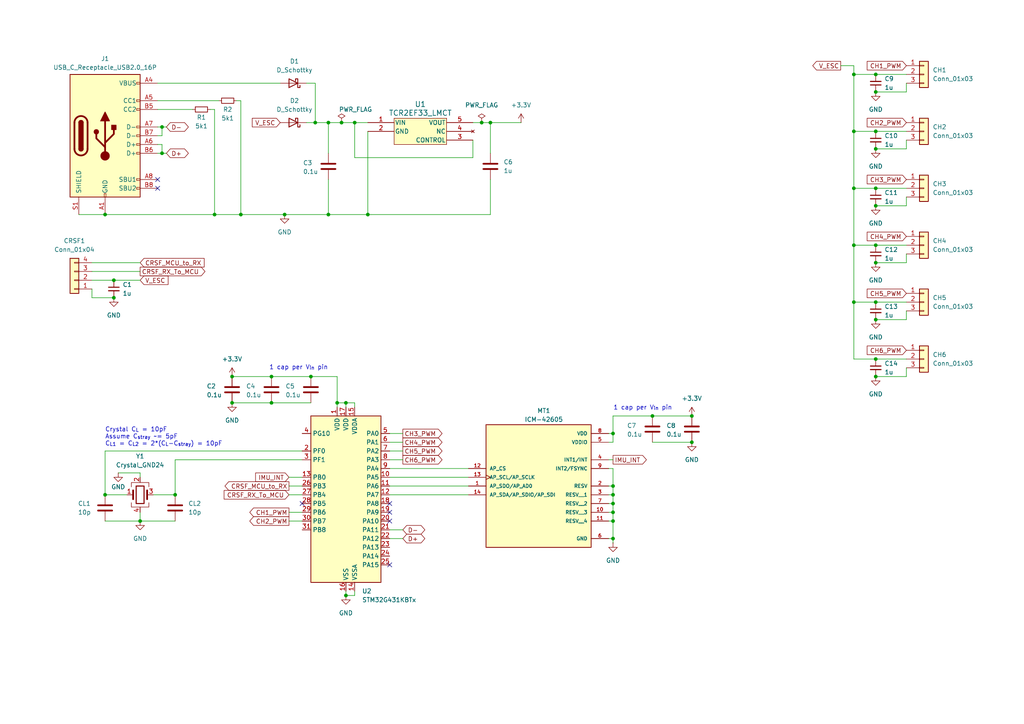
<source format=kicad_sch>
(kicad_sch (version 20250114) (generator "eeschema") (generator_version "9.0")
  (paper "A4")
  (title_block (title "CRSF_PWM_Gyro") (rev "v1.0"))
  (lib_symbols
    (symbol "Connector:USB_C_Receptacle_USB2.0_16P" (pin_names (offset 1.016))
      (property "Reference" "J" (at 0 22.225 0))
      (property "Value" "USB_C_Receptacle_USB2.0_16P" (at 0 19.685 0))
      (symbol "USB_C_Receptacle_USB2.0_16P_0_0"
        (rectangle (start -0.254 -17.78) (end 0.254 -16.764))
        (rectangle (start 10.16 15.494) (end 9.144 14.986))
        (rectangle (start 10.16 10.414) (end 9.144 9.906))
        (rectangle (start 10.16 7.874) (end 9.144 7.366))
        (rectangle (start 10.16 2.794) (end 9.144 2.286))
        (rectangle (start 10.16 0.254) (end 9.144 -0.254))
        (rectangle (start 10.16 -2.286) (end 9.144 -2.794))
        (rectangle (start 10.16 -4.826) (end 9.144 -5.334))
        (rectangle (start 10.16 -12.446) (end 9.144 -12.954))
        (rectangle (start 10.16 -14.986) (end 9.144 -15.494))
      )
      (symbol "USB_C_Receptacle_USB2.0_16P_0_1"
        (rectangle (start -10.16 17.78) (end 10.16 -17.78) (stroke (width 0.254)) (fill (type background)))
        (polyline (pts (xy -8.89 -3.81) (xy -8.89 3.81)) (stroke (width 0.508)))
        (rectangle (start -7.62 -3.81) (end -6.35 3.81) (stroke (width 0.254)) (fill (type outline)))
        (arc (start -7.62 3.81) (mid -6.985 4.4423) (end -6.35 3.81) (stroke (width 0.254)))
        (arc (start -7.62 3.81) (mid -6.985 4.4423) (end -6.35 3.81) (stroke (width 0.254)) (fill (type outline)))
        (arc (start -8.89 3.81) (mid -6.985 5.7067) (end -5.08 3.81) (stroke (width 0.508)))
        (arc (start -5.08 -3.81) (mid -6.985 -5.7067) (end -8.89 -3.81) (stroke (width 0.508)))
        (arc (start -6.35 -3.81) (mid -6.985 -4.4423) (end -7.62 -3.81) (stroke (width 0.254)))
        (arc (start -6.35 -3.81) (mid -6.985 -4.4423) (end -7.62 -3.81) (stroke (width 0.254)) (fill (type outline)))
        (polyline (pts (xy -5.08 3.81) (xy -5.08 -3.81)) (stroke (width 0.508)))
        (circle (center -2.54 1.143) (radius 0.635) (stroke (width 0.254)) (fill (type outline)))
        (polyline (pts (xy -1.27 4.318) (xy 0 6.858) (xy 1.27 4.318) (xy -1.27 4.318)) (stroke (width 0.254)) (fill (type outline)))
        (polyline (pts (xy 0 -2.032) (xy 2.54 0.508) (xy 2.54 1.778)) (stroke (width 0.508)))
        (polyline (pts (xy 0 -3.302) (xy -2.54 -0.762) (xy -2.54 0.508)) (stroke (width 0.508)))
        (polyline (pts (xy 0 -5.842) (xy 0 4.318)) (stroke (width 0.508)))
        (circle (center 0 -5.842) (radius 1.27) (fill (type outline)))
        (rectangle (start 1.905 1.778) (end 3.175 3.048) (stroke (width 0.254)) (fill (type outline)))
      )
      (symbol "USB_C_Receptacle_USB2.0_16P_1_1"
        (pin passive line (at -7.62 -22.86 90) (length 5.08) (name "SHIELD") (number "S1"))
        (pin passive line (at 0 -22.86 90) (length 5.08) (name "GND") (number "A1"))
        (pin passive line (at 0 -22.86 90) (length 5.08) (hide yes) (name "GND") (number "A12"))
        (pin passive line (at 0 -22.86 90) (length 5.08) (hide yes) (name "GND") (number "B1"))
        (pin passive line (at 0 -22.86 90) (length 5.08) (hide yes) (name "GND") (number "B12"))
        (pin passive line (at 15.24 15.24 180) (length 5.08) (name "VBUS") (number "A4"))
        (pin passive line (at 15.24 15.24 180) (length 5.08) (hide yes) (name "VBUS") (number "A9"))
        (pin passive line (at 15.24 15.24 180) (length 5.08) (hide yes) (name "VBUS") (number "B4"))
        (pin passive line (at 15.24 15.24 180) (length 5.08) (hide yes) (name "VBUS") (number "B9"))
        (pin bidirectional line (at 15.24 10.16 180) (length 5.08) (name "CC1") (number "A5"))
        (pin bidirectional line (at 15.24 7.62 180) (length 5.08) (name "CC2") (number "B5"))
        (pin bidirectional line (at 15.24 2.54 180) (length 5.08) (name "D-") (number "A7"))
        (pin bidirectional line (at 15.24 0 180) (length 5.08) (name "D-") (number "B7"))
        (pin bidirectional line (at 15.24 -2.54 180) (length 5.08) (name "D+") (number "A6"))
        (pin bidirectional line (at 15.24 -5.08 180) (length 5.08) (name "D+") (number "B6"))
        (pin bidirectional line (at 15.24 -12.7 180) (length 5.08) (name "SBU1") (number "A8"))
        (pin bidirectional line (at 15.24 -15.24 180) (length 5.08) (name "SBU2") (number "B8"))
      )
    )
    (symbol "Connector_Generic:Conn_01x03" (pin_names (offset 1.016) (hide yes))
      (property "Reference" "J" (at 0 5.08 0))
      (property "Value" "Conn_01x03" (at 0 -5.08 0))
      (symbol "Conn_01x03_1_1"
        (rectangle (start -1.27 3.81) (end 1.27 -3.81) (stroke (width 0.254)) (fill (type background)))
        (rectangle (start -1.27 2.667) (end 0 2.413) (stroke (width 0.1524)))
        (rectangle (start -1.27 0.127) (end 0 -0.127) (stroke (width 0.1524)))
        (rectangle (start -1.27 -2.413) (end 0 -2.667) (stroke (width 0.1524)))
        (pin passive line (at -5.08 2.54 0) (length 3.81) (name "Pin_1") (number "1"))
        (pin passive line (at -5.08 0 0) (length 3.81) (name "Pin_2") (number "2"))
        (pin passive line (at -5.08 -2.54 0) (length 3.81) (name "Pin_3") (number "3"))
      )
    )
    (symbol "Connector_Generic:Conn_01x04" (pin_names (offset 1.016) (hide yes))
      (property "Reference" "J" (at 0 5.08 0))
      (property "Value" "Conn_01x04" (at 0 -7.62 0))
      (symbol "Conn_01x04_1_1"
        (rectangle (start -1.27 3.81) (end 1.27 -6.35) (stroke (width 0.254)) (fill (type background)))
        (rectangle (start -1.27 2.667) (end 0 2.413) (stroke (width 0.1524)))
        (rectangle (start -1.27 0.127) (end 0 -0.127) (stroke (width 0.1524)))
        (rectangle (start -1.27 -2.413) (end 0 -2.667) (stroke (width 0.1524)))
        (rectangle (start -1.27 -4.953) (end 0 -5.207) (stroke (width 0.1524)))
        (pin passive line (at -5.08 2.54 0) (length 3.81) (name "Pin_1") (number "1"))
        (pin passive line (at -5.08 0 0) (length 3.81) (name "Pin_2") (number "2"))
        (pin passive line (at -5.08 -2.54 0) (length 3.81) (name "Pin_3") (number "3"))
        (pin passive line (at -5.08 -5.08 0) (length 3.81) (name "Pin_4") (number "4"))
      )
    )
    (symbol "Device:C" (pin_numbers (hide yes)) (pin_names (offset 0.254))
      (property "Reference" "C" (at 0.635 2.54 0))
      (property "Value" "C" (at 0.635 -2.54 0))
      (symbol "C_0_1"
        (polyline (pts (xy -2.032 0.762) (xy 2.032 0.762)) (stroke (width 0.508)))
        (polyline (pts (xy -2.032 -0.762) (xy 2.032 -0.762)) (stroke (width 0.508)))
      )
      (symbol "C_1_1"
        (pin passive line (at 0 3.81 270) (length 2.794) (name "~") (number "1"))
        (pin passive line (at 0 -3.81 90) (length 2.794) (name "~") (number "2"))
      )
    )
    (symbol "Device:C_Small" (pin_numbers (hide yes)) (pin_names (offset 0.254) (hide yes))
      (property "Reference" "C" (at 0.254 1.778 0))
      (property "Value" "C_Small" (at 0.254 -2.032 0))
      (symbol "C_Small_0_1"
        (polyline (pts (xy -1.524 0.508) (xy 1.524 0.508)) (stroke (width 0.3048)))
        (polyline (pts (xy -1.524 -0.508) (xy 1.524 -0.508)) (stroke (width 0.3302)))
      )
      (symbol "C_Small_1_1"
        (pin passive line (at 0 2.54 270) (length 2.032) (name "~") (number "1"))
        (pin passive line (at 0 -2.54 90) (length 2.032) (name "~") (number "2"))
      )
    )
    (symbol "Device:Crystal_GND24" (pin_names (offset 1.016) (hide yes))
      (property "Reference" "Y" (at 3.175 5.08 0))
      (property "Value" "Crystal_GND24" (at 3.175 3.175 0))
      (symbol "Crystal_GND24_0_1"
        (polyline (pts (xy -2.54 2.286) (xy -2.54 3.556) (xy 2.54 3.556) (xy 2.54 2.286)))
        (polyline (pts (xy -2.54 0) (xy -2.032 0)))
        (polyline (pts (xy -2.54 -2.286) (xy -2.54 -3.556) (xy 2.54 -3.556) (xy 2.54 -2.286)))
        (polyline (pts (xy -2.032 -1.27) (xy -2.032 1.27)) (stroke (width 0.508)))
        (rectangle (start -1.143 2.54) (end 1.143 -2.54) (stroke (width 0.3048)))
        (polyline (pts (xy 0 3.556) (xy 0 3.81)))
        (polyline (pts (xy 0 -3.81) (xy 0 -3.556)))
        (polyline (pts (xy 2.032 0) (xy 2.54 0)))
        (polyline (pts (xy 2.032 -1.27) (xy 2.032 1.27)) (stroke (width 0.508)))
      )
      (symbol "Crystal_GND24_1_1"
        (pin passive line (at -3.81 0 0) (length 1.27) (name "1") (number "1"))
        (pin passive line (at 0 5.08 270) (length 1.27) (name "2") (number "2"))
        (pin passive line (at 0 -5.08 90) (length 1.27) (name "4") (number "4"))
        (pin passive line (at 3.81 0 180) (length 1.27) (name "3") (number "3"))
      )
    )
    (symbol "Device:D_Schottky" (pin_numbers (hide yes)) (pin_names (offset 1.016) (hide yes))
      (property "Reference" "D" (at 0 2.54 0))
      (property "Value" "D_Schottky" (at 0 -2.54 0))
      (symbol "D_Schottky_0_1"
        (polyline (pts (xy -1.905 0.635) (xy -1.905 1.27) (xy -1.27 1.27) (xy -1.27 -1.27) (xy -0.635 -1.27) (xy -0.635 -0.635)) (stroke (width 0.254)))
        (polyline (pts (xy 1.27 1.27) (xy 1.27 -1.27) (xy -1.27 0) (xy 1.27 1.27)) (stroke (width 0.254)))
        (polyline (pts (xy 1.27 0) (xy -1.27 0)))
      )
      (symbol "D_Schottky_1_1"
        (pin passive line (at -3.81 0 0) (length 2.54) (name "K") (number "1"))
        (pin passive line (at 3.81 0 180) (length 2.54) (name "A") (number "2"))
      )
    )
    (symbol "Device:R_Small" (pin_numbers (hide yes)) (pin_names (offset 0.254) (hide yes))
      (property "Reference" "R" (at 0.762 0.508 0))
      (property "Value" "R_Small" (at 0.762 -1.016 0))
      (symbol "R_Small_0_1"
        (rectangle (start -0.762 1.778) (end 0.762 -1.778) (stroke (width 0.2032)))
      )
      (symbol "R_Small_1_1"
        (pin passive line (at 0 2.54 270) (length 0.762) (name "~") (number "1"))
        (pin passive line (at 0 -2.54 90) (length 0.762) (name "~") (number "2"))
      )
    )
    (symbol "MCU_ST_STM32G4:STM32G431KBTx"
      (property "Reference" "U" (at -10.16 26.67 0))
      (property "Value" "STM32G431KBTx" (at 5.08 26.67 0))
      (symbol "STM32G431KBTx_0_1"
        (rectangle (start -10.16 -22.86) (end 10.16 25.4) (stroke (width 0.254)) (fill (type background)))
      )
      (symbol "STM32G431KBTx_1_1"
        (pin bidirectional line (at -12.7 20.32 0) (length 2.54) (name "PG10") (number "4"))
        (pin bidirectional line (at -12.7 15.24 0) (length 2.54) (name "PF0") (number "2"))
        (pin bidirectional line (at -12.7 12.7 0) (length 2.54) (name "PF1") (number "3"))
        (pin bidirectional line (at -12.7 7.62 0) (length 2.54) (name "PB0") (number "13"))
        (pin bidirectional line (at -12.7 5.08 0) (length 2.54) (name "PB3") (number "26"))
        (pin bidirectional line (at -12.7 2.54 0) (length 2.54) (name "PB4") (number "27"))
        (pin bidirectional line (at -12.7 0 0) (length 2.54) (name "PB5") (number "28"))
        (pin bidirectional line (at -12.7 -2.54 0) (length 2.54) (name "PB6") (number "29"))
        (pin bidirectional line (at -12.7 -5.08 0) (length 2.54) (name "PB7") (number "30"))
        (pin bidirectional line (at -12.7 -7.62 0) (length 2.54) (name "PB8") (number "31"))
        (pin power_in line (at -2.54 27.94 270) (length 2.54) (name "VDD") (number "1"))
        (pin power_in line (at 0 27.94 270) (length 2.54) (name "VDD") (number "17"))
        (pin power_in line (at 0 -25.4 90) (length 2.54) (name "VSS") (number "16"))
        (pin passive line (at 0 -25.4 90) (length 2.54) (hide yes) (name "VSS") (number "32"))
        (pin power_in line (at 2.54 27.94 270) (length 2.54) (name "VDDA") (number "15"))
        (pin power_in line (at 2.54 -25.4 90) (length 2.54) (name "VSSA") (number "14"))
        (pin bidirectional line (at 12.7 20.32 180) (length 2.54) (name "PA0") (number "5"))
        (pin bidirectional line (at 12.7 17.78 180) (length 2.54) (name "PA1") (number "6"))
        (pin bidirectional line (at 12.7 15.24 180) (length 2.54) (name "PA2") (number "7"))
        (pin bidirectional line (at 12.7 12.7 180) (length 2.54) (name "PA3") (number "8"))
        (pin bidirectional line (at 12.7 10.16 180) (length 2.54) (name "PA4") (number "9"))
        (pin bidirectional line (at 12.7 7.62 180) (length 2.54) (name "PA5") (number "10"))
        (pin bidirectional line (at 12.7 5.08 180) (length 2.54) (name "PA6") (number "11"))
        (pin bidirectional line (at 12.7 2.54 180) (length 2.54) (name "PA7") (number "12"))
        (pin bidirectional line (at 12.7 0 180) (length 2.54) (name "PA8") (number "18"))
        (pin bidirectional line (at 12.7 -2.54 180) (length 2.54) (name "PA9") (number "19"))
        (pin bidirectional line (at 12.7 -5.08 180) (length 2.54) (name "PA10") (number "20"))
        (pin bidirectional line (at 12.7 -7.62 180) (length 2.54) (name "PA11") (number "21"))
        (pin bidirectional line (at 12.7 -10.16 180) (length 2.54) (name "PA12") (number "22"))
        (pin bidirectional line (at 12.7 -12.7 180) (length 2.54) (name "PA13") (number "23"))
        (pin bidirectional line (at 12.7 -15.24 180) (length 2.54) (name "PA14") (number "24"))
        (pin bidirectional line (at 12.7 -17.78 180) (length 2.54) (name "PA15") (number "25"))
      )
    )
    (symbol "Regulator_Linear_Custom:TCR2EF33_LMCT" (pin_names (offset 0.254))
      (property "Reference" "U" (at 15.24 5.588 0))
      (property "Value" "TCR2EF33_LMCT" (at 15.24 3.048 0))
      (symbol "TCR2EF33_LMCT_0_1"
        (rectangle (start 7.62 1.27) (end 22.86 -6.35) (fill (type background)))
        (pin power_in line (at 0 0 0) (length 7.62) (name "VIN") (number "1"))
        (pin power_out line (at 0 -2.54 0) (length 7.62) (name "GND") (number "2"))
        (pin power_in line (at 30.48 0 180) (length 7.62) (name "VOUT") (number "5"))
        (pin no_connect line (at 30.48 -2.54 180) (length 7.62) (name "NC") (number "4"))
        (pin unspecified line (at 30.48 -5.08 180) (length 7.62) (name "CONTROL") (number "3"))
      )
    )
    (symbol "Sensor_Motion_Custom:ICM-42605" (pin_names (offset 1.016))
      (property "Reference" "MT" (at -5.334 15.748 0))
      (property "Value" "ICM-42605" (at -9.398 13.462 0))
      (symbol "ICM-42605_0_0"
        (rectangle (start -20.32 12.7) (end 10.16 -22.86) (stroke (width 0.254)) (fill (type background)))
        (pin input line (at -25.4 0 0) (length 5.08) (name "AP_CS") (number "12"))
        (pin input clock (at -25.4 -2.54 0) (length 5.08) (name "AP_SCL/AP_SCLK") (number "13"))
        (pin bidirectional line (at -25.4 -5.08 0) (length 5.08) (name "AP_SDO/AP_AD0") (number "1"))
        (pin bidirectional line (at -25.4 -7.62 0) (length 5.08) (name "AP_SDA/AP_SDIO/AP_SDI") (number "14"))
        (pin power_in line (at 15.24 10.16 180) (length 5.08) (name "VDD") (number "8"))
        (pin power_in line (at 15.24 7.62 180) (length 5.08) (name "VDDIO") (number "5"))
        (pin output line (at 15.24 2.54 180) (length 5.08) (name "INT1/INT") (number "4"))
        (pin bidirectional line (at 15.24 0 180) (length 5.08) (name "INT2/FSYNC") (number "9"))
        (pin passive line (at 15.24 -5.08 180) (length 5.08) (name "RESV") (number "2"))
        (pin passive line (at 15.24 -7.62 180) (length 5.08) (name "RESV__1") (number "3"))
        (pin passive line (at 15.24 -10.16 180) (length 5.08) (name "RESV__2") (number "7"))
        (pin passive line (at 15.24 -12.7 180) (length 5.08) (name "RESV__3") (number "10"))
        (pin passive line (at 15.24 -15.24 180) (length 5.08) (name "RESV__4") (number "11"))
        (pin power_in line (at 15.24 -20.32 180) (length 5.08) (name "GND") (number "6"))
      )
    )
    (symbol "power:+3.3V" (power) (pin_numbers (hide yes)) (pin_names (offset 0) (hide yes))
      (property "Value" "+3.3V" (at 0 3.556 0))
      (symbol "+3.3V_0_1"
        (polyline (pts (xy -0.762 1.27) (xy 0 2.54)))
        (polyline (pts (xy 0 2.54) (xy 0.762 1.27)))
        (polyline (pts (xy 0 0) (xy 0 2.54)))
      )
      (symbol "+3.3V_1_1"
        (pin power_in line (at 0 0 90) (length 0) (name "~") (number "1"))
      )
    )
    (symbol "power:GND" (power) (pin_numbers (hide yes)) (pin_names (offset 0) (hide yes))
      (property "Value" "GND" (at 0 -3.81 0))
      (symbol "GND_0_1"
        (polyline (pts (xy 0 0) (xy 0 -1.27) (xy 1.27 -1.27) (xy 0 -2.54) (xy -1.27 -1.27) (xy 0 -1.27)))
      )
      (symbol "GND_1_1"
        (pin power_in line (at 0 0 270) (length 0) (name "~") (number "1"))
      )
    )
    (symbol "power:PWR_FLAG" (power) (pin_numbers (hide yes)) (pin_names (offset 0) (hide yes))
      (property "Value" "PWR_FLAG" (at 0 3.81 0))
      (symbol "PWR_FLAG_0_0"
        (pin power_out line (at 0 0 90) (length 0) (name "~") (number "1"))
      )
      (symbol "PWR_FLAG_0_1"
        (polyline (pts (xy 0 0) (xy 0 1.27) (xy -1.016 1.905) (xy 0 2.54) (xy 1.016 1.905) (xy 0 1.27)))
      )
    )
  )
  (text "Crystal C_{L} = 10pF\nAssume C_{stray} ~= 5pF\nC_{L1} = C_{L2} = 2*(C_{L}-C_{stray}) = 10pF" (at 30.48 126.746 0) (effects (font (size 1.27 1.27)) (justify left)))
  (text "1 cap per V_{in} pin" (at 186.436 118.364 0) (effects (font (size 1.27 1.27))))
  (text "1 cap per V_{in} pin" (at 86.614 106.68 0) (effects (font (size 1.27 1.27))))
  (junction (at 50.8 143.51))
  (junction (at 95.25 35.56))
  (junction (at 139.7 35.56))
  (junction (at 254 87.63))
  (junction (at 254 21.59))
  (junction (at 177.8 156.21))
  (junction (at 67.31 109.22))
  (junction (at 200.66 120.65))
  (junction (at 91.44 35.56))
  (junction (at 177.8 146.05))
  (junction (at 200.66 128.27))
  (junction (at 254 43.18))
  (junction (at 30.48 143.51))
  (junction (at 69.85 62.23))
  (junction (at 254 54.61))
  (junction (at 33.02 81.28))
  (junction (at 247.65 71.12))
  (junction (at 254 71.12))
  (junction (at 247.65 21.59))
  (junction (at 99.06 35.56))
  (junction (at 30.48 62.23))
  (junction (at 102.87 35.56))
  (junction (at 254 38.1))
  (junction (at 177.8 140.97))
  (junction (at 247.65 38.1))
  (junction (at 177.8 151.13))
  (junction (at 95.25 62.23))
  (junction (at 40.64 151.13))
  (junction (at 254 92.71))
  (junction (at 189.23 120.65))
  (junction (at 247.65 87.63))
  (junction (at 177.8 143.51))
  (junction (at 78.74 116.84))
  (junction (at 62.23 62.23))
  (junction (at 33.02 86.36))
  (junction (at 46.99 44.45))
  (junction (at 254 104.14))
  (junction (at 78.74 109.22))
  (junction (at 106.68 62.23))
  (junction (at 97.79 116.84))
  (junction (at 142.24 35.56))
  (junction (at 254 76.2))
  (junction (at 46.99 36.83))
  (junction (at 100.33 116.84))
  (junction (at 254 26.67))
  (junction (at 254 59.69))
  (junction (at 254 109.22))
  (junction (at 90.17 109.22))
  (junction (at 247.65 54.61))
  (junction (at 177.8 125.73))
  (junction (at 67.31 116.84))
  (junction (at 82.55 62.23))
  (junction (at 100.33 172.72))
  (junction (at 177.8 148.59))
  (no_connect (at 113.03 146.05))
  (no_connect (at 113.03 163.83))
  (no_connect (at 45.72 52.07))
  (no_connect (at 113.03 148.59))
  (no_connect (at 87.63 146.05))
  (no_connect (at 113.03 151.13))
  (no_connect (at 45.72 54.61))
  (wire (pts (xy 99.06 35.56) (xy 102.87 35.56)))
  (wire (pts (xy 247.65 54.61) (xy 254 54.61)))
  (wire (pts (xy 243.84 19.05) (xy 247.65 19.05)))
  (wire (pts (xy 176.53 151.13) (xy 177.8 151.13)))
  (wire (pts (xy 116.84 133.35) (xy 113.03 133.35)))
  (wire (pts (xy 45.72 24.13) (xy 81.28 24.13)))
  (wire (pts (xy 177.8 156.21) (xy 177.8 157.48)))
  (wire (pts (xy 90.17 109.22) (xy 97.79 109.22)))
  (wire (pts (xy 176.53 146.05) (xy 177.8 146.05)))
  (wire (pts (xy 62.23 31.75) (xy 62.23 62.23)))
  (wire (pts (xy 247.65 87.63) (xy 247.65 104.14)))
  (wire (pts (xy 142.24 35.56) (xy 142.24 44.45)))
  (wire (pts (xy 46.99 41.91) (xy 46.99 44.45)))
  (wire (pts (xy 113.03 135.89) (xy 135.89 135.89)))
  (wire (pts (xy 83.82 143.51) (xy 87.63 143.51)))
  (wire (pts (xy 45.72 29.21) (xy 63.5 29.21)))
  (wire (pts (xy 78.74 116.84) (xy 90.17 116.84)))
  (wire (pts (xy 22.86 62.23) (xy 30.48 62.23)))
  (wire (pts (xy 177.8 156.21) (xy 176.53 156.21)))
  (wire (pts (xy 189.23 128.27) (xy 200.66 128.27)))
  (wire (pts (xy 116.84 130.81) (xy 113.03 130.81)))
  (wire (pts (xy 113.03 143.51) (xy 135.89 143.51)))
  (wire (pts (xy 40.64 137.16) (xy 34.29 137.16)))
  (wire (pts (xy 30.48 130.81) (xy 87.63 130.81)))
  (wire (pts (xy 189.23 120.65) (xy 200.66 120.65)))
  (wire (pts (xy 46.99 36.83) (xy 48.26 36.83)))
  (wire (pts (xy 254 109.22) (xy 262.89 109.22)))
  (wire (pts (xy 69.85 29.21) (xy 69.85 62.23)))
  (wire (pts (xy 62.23 62.23) (xy 69.85 62.23)))
  (wire (pts (xy 177.8 120.65) (xy 177.8 125.73)))
  (wire (pts (xy 116.84 128.27) (xy 113.03 128.27)))
  (wire (pts (xy 95.25 35.56) (xy 95.25 44.45)))
  (wire (pts (xy 95.25 35.56) (xy 99.06 35.56)))
  (wire (pts (xy 262.89 24.13) (xy 262.89 26.67)))
  (wire (pts (xy 177.8 135.89) (xy 177.8 140.97)))
  (wire (pts (xy 254 38.1) (xy 262.89 38.1)))
  (wire (pts (xy 254 21.59) (xy 262.89 21.59)))
  (wire (pts (xy 247.65 38.1) (xy 247.65 54.61)))
  (wire (pts (xy 44.45 143.51) (xy 50.8 143.51)))
  (wire (pts (xy 106.68 62.23) (xy 142.24 62.23)))
  (wire (pts (xy 262.89 92.71) (xy 262.89 90.17)))
  (wire (pts (xy 102.87 171.45) (xy 102.87 172.72)))
  (wire (pts (xy 137.16 45.72) (xy 102.87 45.72)))
  (wire (pts (xy 88.9 24.13) (xy 91.44 24.13)))
  (wire (pts (xy 247.65 54.61) (xy 247.65 71.12)))
  (wire (pts (xy 69.85 62.23) (xy 82.55 62.23)))
  (wire (pts (xy 102.87 116.84) (xy 102.87 118.11)))
  (wire (pts (xy 176.53 148.59) (xy 177.8 148.59)))
  (wire (pts (xy 45.72 39.37) (xy 46.99 39.37)))
  (wire (pts (xy 247.65 87.63) (xy 254 87.63)))
  (wire (pts (xy 139.7 35.56) (xy 142.24 35.56)))
  (wire (pts (xy 30.48 62.23) (xy 62.23 62.23)))
  (wire (pts (xy 176.53 135.89) (xy 177.8 135.89)))
  (wire (pts (xy 176.53 143.51) (xy 177.8 143.51)))
  (wire (pts (xy 91.44 24.13) (xy 91.44 35.56)))
  (wire (pts (xy 83.82 138.43) (xy 87.63 138.43)))
  (wire (pts (xy 67.31 109.22) (xy 78.74 109.22)))
  (wire (pts (xy 26.67 78.74) (xy 40.64 78.74)))
  (wire (pts (xy 254 21.59) (xy 247.65 21.59)))
  (wire (pts (xy 40.64 151.13) (xy 50.8 151.13)))
  (wire (pts (xy 113.03 138.43) (xy 135.89 138.43)))
  (wire (pts (xy 137.16 40.64) (xy 137.16 45.72)))
  (wire (pts (xy 30.48 143.51) (xy 36.83 143.51)))
  (wire (pts (xy 247.65 71.12) (xy 247.65 87.63)))
  (wire (pts (xy 177.8 148.59) (xy 177.8 151.13)))
  (wire (pts (xy 40.64 81.28) (xy 33.02 81.28)))
  (wire (pts (xy 26.67 86.36) (xy 33.02 86.36)))
  (wire (pts (xy 254 43.18) (xy 262.89 43.18)))
  (wire (pts (xy 142.24 52.07) (xy 142.24 62.23)))
  (wire (pts (xy 97.79 109.22) (xy 97.79 116.84)))
  (wire (pts (xy 67.31 116.84) (xy 78.74 116.84)))
  (wire (pts (xy 95.25 52.07) (xy 95.25 62.23)))
  (wire (pts (xy 113.03 140.97) (xy 135.89 140.97)))
  (wire (pts (xy 83.82 148.59) (xy 87.63 148.59)))
  (wire (pts (xy 176.53 128.27) (xy 177.8 128.27)))
  (wire (pts (xy 106.68 38.1) (xy 106.68 62.23)))
  (wire (pts (xy 142.24 35.56) (xy 151.13 35.56)))
  (wire (pts (xy 45.72 44.45) (xy 46.99 44.45)))
  (wire (pts (xy 40.64 148.59) (xy 40.64 151.13)))
  (wire (pts (xy 177.8 143.51) (xy 177.8 146.05)))
  (wire (pts (xy 177.8 120.65) (xy 189.23 120.65)))
  (wire (pts (xy 262.89 76.2) (xy 262.89 73.66)))
  (wire (pts (xy 83.82 151.13) (xy 87.63 151.13)))
  (wire (pts (xy 46.99 44.45) (xy 48.26 44.45)))
  (wire (pts (xy 102.87 45.72) (xy 102.87 35.56)))
  (wire (pts (xy 254 92.71) (xy 262.89 92.71)))
  (wire (pts (xy 50.8 133.35) (xy 87.63 133.35)))
  (wire (pts (xy 83.82 140.97) (xy 87.63 140.97)))
  (wire (pts (xy 116.84 125.73) (xy 113.03 125.73)))
  (wire (pts (xy 88.9 35.56) (xy 91.44 35.56)))
  (wire (pts (xy 262.89 26.67) (xy 254 26.67)))
  (wire (pts (xy 40.64 138.43) (xy 40.64 137.16)))
  (wire (pts (xy 254 87.63) (xy 262.89 87.63)))
  (wire (pts (xy 100.33 116.84) (xy 100.33 118.11)))
  (wire (pts (xy 69.85 29.21) (xy 68.58 29.21)))
  (wire (pts (xy 254 71.12) (xy 262.89 71.12)))
  (wire (pts (xy 102.87 35.56) (xy 106.68 35.56)))
  (wire (pts (xy 50.8 133.35) (xy 50.8 143.51)))
  (wire (pts (xy 177.8 128.27) (xy 177.8 125.73)))
  (wire (pts (xy 262.89 59.69) (xy 262.89 57.15)))
  (wire (pts (xy 254 38.1) (xy 247.65 38.1)))
  (wire (pts (xy 137.16 35.56) (xy 139.7 35.56)))
  (wire (pts (xy 113.03 153.67) (xy 116.84 153.67)))
  (wire (pts (xy 177.8 133.35) (xy 176.53 133.35)))
  (wire (pts (xy 55.88 31.75) (xy 45.72 31.75)))
  (wire (pts (xy 177.8 140.97) (xy 177.8 143.51)))
  (wire (pts (xy 247.65 19.05) (xy 247.65 21.59)))
  (wire (pts (xy 26.67 76.2) (xy 40.64 76.2)))
  (wire (pts (xy 46.99 39.37) (xy 46.99 36.83)))
  (wire (pts (xy 176.53 125.73) (xy 177.8 125.73)))
  (wire (pts (xy 30.48 151.13) (xy 40.64 151.13)))
  (wire (pts (xy 262.89 109.22) (xy 262.89 106.68)))
  (wire (pts (xy 177.8 146.05) (xy 177.8 148.59)))
  (wire (pts (xy 26.67 81.28) (xy 33.02 81.28)))
  (wire (pts (xy 100.33 116.84) (xy 102.87 116.84)))
  (wire (pts (xy 254 76.2) (xy 262.89 76.2)))
  (wire (pts (xy 82.55 62.23) (xy 95.25 62.23)))
  (wire (pts (xy 113.03 156.21) (xy 116.84 156.21)))
  (wire (pts (xy 102.87 172.72) (xy 100.33 172.72)))
  (wire (pts (xy 26.67 86.36) (xy 26.67 83.82)))
  (wire (pts (xy 176.53 140.97) (xy 177.8 140.97)))
  (wire (pts (xy 100.33 172.72) (xy 100.33 171.45)))
  (wire (pts (xy 60.96 31.75) (xy 62.23 31.75)))
  (wire (pts (xy 45.72 41.91) (xy 46.99 41.91)))
  (wire (pts (xy 97.79 116.84) (xy 97.79 118.11)))
  (wire (pts (xy 254 54.61) (xy 262.89 54.61)))
  (wire (pts (xy 78.74 109.22) (xy 90.17 109.22)))
  (wire (pts (xy 247.65 71.12) (xy 254 71.12)))
  (wire (pts (xy 254 59.69) (xy 262.89 59.69)))
  (wire (pts (xy 30.48 130.81) (xy 30.48 143.51)))
  (wire (pts (xy 177.8 151.13) (xy 177.8 156.21)))
  (wire (pts (xy 247.65 104.14) (xy 254 104.14)))
  (wire (pts (xy 95.25 62.23) (xy 106.68 62.23)))
  (wire (pts (xy 91.44 35.56) (xy 95.25 35.56)))
  (wire (pts (xy 262.89 43.18) (xy 262.89 40.64)))
  (wire (pts (xy 45.72 36.83) (xy 46.99 36.83)))
  (wire (pts (xy 97.79 116.84) (xy 100.33 116.84)))
  (wire (pts (xy 247.65 21.59) (xy 247.65 38.1)))
  (wire (pts (xy 254 104.14) (xy 262.89 104.14)))
  (global_label "CH3_PWM" (shape input) (at 262.89 52.07 180) (property "Intersheetrefs" "${INTERSHEET_REFS}" (effects (hide yes))))
  (global_label "CH3_PWM" (shape output) (at 116.84 125.73 0) (property "Intersheetrefs" "${INTERSHEET_REFS}" (effects (hide yes))))
  (global_label "CH2_PWM" (shape input) (at 262.89 35.56 180) (property "Intersheetrefs" "${INTERSHEET_REFS}" (effects (hide yes))))
  (global_label "V_ESC" (shape input) (at 40.64 81.28 0) (property "Intersheetrefs" "${INTERSHEET_REFS}" (effects (hide yes))))
  (global_label "CH1_PWM" (shape output) (at 83.82 148.59 180) (property "Intersheetrefs" "${INTERSHEET_REFS}" (effects (hide yes))))
  (global_label "IMU_INT" (shape output) (at 177.8 133.35 0) (property "Intersheetrefs" "${INTERSHEET_REFS}" (effects (hide yes))))
  (global_label "CRSF_MCU_to_RX" (shape output) (at 83.82 140.97 180) (property "Intersheetrefs" "${INTERSHEET_REFS}" (effects (hide yes))))
  (global_label "CRSF_RX_To_MCU" (shape output) (at 40.64 78.74 0) (property "Intersheetrefs" "${INTERSHEET_REFS}" (effects (hide yes))))
  (global_label "CH2_PWM" (shape output) (at 83.82 151.13 180) (property "Intersheetrefs" "${INTERSHEET_REFS}" (effects (hide yes))))
  (global_label "IMU_INT" (shape input) (at 83.82 138.43 180) (property "Intersheetrefs" "${INTERSHEET_REFS}" (effects (hide yes))))
  (global_label "V_ESC" (shape input) (at 81.28 35.56 180) (property "Intersheetrefs" "${INTERSHEET_REFS}" (effects (hide yes))))
  (global_label "CRSF_MCU_to_RX" (shape input) (at 40.64 76.2 0) (property "Intersheetrefs" "${INTERSHEET_REFS}" (effects (hide yes))))
  (global_label "CH6_PWM" (shape output) (at 116.84 133.35 0) (property "Intersheetrefs" "${INTERSHEET_REFS}" (effects (hide yes))))
  (global_label "CH5_PWM" (shape input) (at 262.89 85.09 180) (property "Intersheetrefs" "${INTERSHEET_REFS}" (effects (hide yes))))
  (global_label "CH6_PWM" (shape input) (at 262.89 101.6 180) (property "Intersheetrefs" "${INTERSHEET_REFS}" (effects (hide yes))))
  (global_label "CH4_PWM" (shape output) (at 116.84 128.27 0) (property "Intersheetrefs" "${INTERSHEET_REFS}" (effects (hide yes))))
  (global_label "CH5_PWM" (shape output) (at 116.84 130.81 0) (property "Intersheetrefs" "${INTERSHEET_REFS}" (effects (hide yes))))
  (global_label "CRSF_RX_To_MCU" (shape input) (at 83.82 143.51 180) (property "Intersheetrefs" "${INTERSHEET_REFS}" (effects (hide yes))))
  (global_label "CH1_PWM" (shape input) (at 262.89 19.05 180) (property "Intersheetrefs" "${INTERSHEET_REFS}" (effects (hide yes))))
  (global_label "D-" (shape bidirectional) (at 48.26 36.83 0) (property "Intersheetrefs" "${INTERSHEET_REFS}" (effects (hide yes))))
  (global_label "CH4_PWM" (shape input) (at 262.89 68.58 180) (property "Intersheetrefs" "${INTERSHEET_REFS}" (effects (hide yes))))
  (global_label "D+" (shape bidirectional) (at 116.84 156.21 0) (property "Intersheetrefs" "${INTERSHEET_REFS}" (effects (hide yes))))
  (global_label "D+" (shape bidirectional) (at 48.26 44.45 0) (property "Intersheetrefs" "${INTERSHEET_REFS}" (effects (hide yes))))
  (global_label "D-" (shape bidirectional) (at 116.84 153.67 0) (property "Intersheetrefs" "${INTERSHEET_REFS}" (effects (hide yes))))
  (global_label "V_ESC" (shape output) (at 243.84 19.05 180) (property "Intersheetrefs" "${INTERSHEET_REFS}" (effects (hide yes))))
  (symbol (lib_id "Device:R_Small") (at 66.04 29.21 90) (unit 1)
    (property "Reference" "R2" (at 66.04 31.75 90))
    (property "Value" "5k1" (at 66.04 34.29 90))
    (property "Description" "Resistor, small symbol" (effects (hide yes)))
  )
  (symbol (lib_id "Device:C_Small") (at 254 40.64 0) (unit 1)
    (property "Reference" "C10" (at 256.54 39.3762 0) (effects (justify left)))
    (property "Value" "1u" (at 256.54 41.9162 0) (effects (justify left)))
    (property "Description" "Unpolarized capacitor, small symbol" (effects (hide yes)))
  )
  (symbol (lib_id "power:GND") (at 254 59.69 0) (unit 1)
    (property "Reference" "#PWR014" (effects (hide yes)))
    (property "Value" "GND" (at 254 64.77 0))
    (property "Description" "Power symbol creates a global label with name \"GND\" , ground" (effects (hide yes)))
  )
  (symbol (lib_id "power:GND") (at 200.66 128.27 0) (unit 1)
    (property "Reference" "#PWR011" (effects (hide yes)))
    (property "Value" "GND" (at 200.66 133.35 0))
    (property "Description" "Power symbol creates a global label with name \"GND\" , ground" (effects (hide yes)))
  )
  (symbol (lib_id "power:GND") (at 254 92.71 0) (unit 1)
    (property "Reference" "#PWR016" (effects (hide yes)))
    (property "Value" "GND" (at 254 97.79 0))
    (property "Description" "Power symbol creates a global label with name \"GND\" , ground" (effects (hide yes)))
  )
  (symbol (lib_id "MCU_ST_STM32G4:STM32G431KBTx") (at 100.33 146.05 0) (unit 1)
    (property "Reference" "U2" (at 105.0133 171.45 0) (effects (justify left)))
    (property "Value" "STM32G431KBTx" (at 105.0133 173.99 0) (effects (justify left)))
    (property "Footprint" "Package_QFP:LQFP-32_7x7mm_P0.8mm" (effects (hide yes)))
    (property "Datasheet" "https://www.st.com/resource/en/datasheet/stm32g431kb.pdf" (effects (hide yes)))
    (property "Description" "STMicroelectronics Arm Cortex-M4 MCU, 128KB flash, 32KB RAM, 170 MHz, 1.71-3.6V, 26 GPIO, LQFP32" (effects (hide yes)))
    (property "Part Number" "497-19470-ND" (effects (hide yes)))
  )
  (symbol (lib_id "Device:C") (at 30.48 147.32 0) (unit 1)
    (property "Reference" "CL1" (at 22.606 146.05 0) (effects (justify left)))
    (property "Value" "10p" (at 22.606 148.59 0) (effects (justify left)))
    (property "Description" "Unpolarized capacitor" (effects (hide yes)))
  )
  (symbol (lib_id "Device:C_Small") (at 254 24.13 180) (unit 1)
    (property "Reference" "C9" (at 256.54 22.8535 0) (effects (justify right)))
    (property "Value" "1u" (at 256.54 25.3935 0) (effects (justify right)))
    (property "Description" "Unpolarized capacitor, small symbol" (effects (hide yes)))
  )
  (symbol (lib_id "power:GND") (at 177.8 157.48 0) (unit 1)
    (property "Reference" "#PWR09" (effects (hide yes)))
    (property "Value" "GND" (at 177.8 162.56 0))
    (property "Description" "Power symbol creates a global label with name \"GND\" , ground" (effects (hide yes)))
  )
  (symbol (lib_id "Device:C") (at 78.74 113.03 0) (unit 1)
    (property "Reference" "C4" (at 71.374 112.014 0) (effects (justify left)))
    (property "Value" "0.1u" (at 71.374 114.554 0) (effects (justify left)))
    (property "Description" "Unpolarized capacitor" (effects (hide yes)))
  )
  (symbol (lib_id "Sensor_Motion_Custom:ICM-42605") (at 161.29 135.89 0) (unit 1)
    (property "Reference" "MT1" (at 157.734 119.126 0))
    (property "Value" "ICM-42605" (at 157.734 121.666 0))
    (property "Footprint" "Package_LGA_Custom:XDCR_ICM-42605" (effects (hide yes)))
    (property "Description" "Accelerometer, Gyroscope, 6 Axis Sensor I2C, I3C, SPI Output" (effects (hide yes)))
    (property "PARTREV" "1.7" (effects (hide yes)))
    (property "STANDARD" "Manufacturer Recommendations" (effects (hide yes)))
    (property "MAXIMUM_PACKAGE_HEIGHT" "0.97 mm" (effects (hide yes)))
    (property "MANUFACTURER" "TDK InvenSense" (effects (hide yes)))
    (property "Part Number" "1428-1152-2-ND" (effects (hide yes)))
  )
  (symbol (lib_id "Device:C") (at 67.31 113.03 0) (unit 1)
    (property "Reference" "C2" (at 59.944 112.014 0) (effects (justify left)))
    (property "Value" "0.1u" (at 59.944 114.554 0) (effects (justify left)))
    (property "Description" "Unpolarized capacitor" (effects (hide yes)))
  )
  (symbol (lib_id "Device:D_Schottky") (at 85.09 24.13 180) (unit 1)
    (property "Reference" "D1" (at 85.4075 17.78 0))
    (property "Value" "D_Schottky" (at 85.4075 20.32 0))
    (property "Description" "Schottky diode" (effects (hide yes)))
  )
  (symbol (lib_id "Connector_Generic:Conn_01x03") (at 267.97 54.61 0) (unit 1)
    (property "Reference" "CH3" (at 270.51 53.3399 0) (effects (justify left)))
    (property "Value" "Conn_01x03" (at 270.51 55.8799 0) (effects (justify left)))
    (property "Description" "Generic connector, single row, 01x03, script generated (kicad-library-utils/schlib/autogen/connector/)" (effects (hide yes)))
  )
  (symbol (lib_id "Connector_Generic:Conn_01x03") (at 267.97 38.1 0) (unit 1)
    (property "Reference" "CH2" (at 270.51 36.8299 0) (effects (justify left)))
    (property "Value" "Conn_01x03" (at 270.51 39.3699 0) (effects (justify left)))
    (property "Description" "Generic connector, single row, 01x03, script generated (kicad-library-utils/schlib/autogen/connector/)" (effects (hide yes)))
  )
  (symbol (lib_id "power:+3.3V") (at 200.66 120.65 0) (unit 1)
    (property "Reference" "#PWR010" (effects (hide yes)))
    (property "Value" "+3.3V" (at 200.66 115.57 0))
    (property "Description" "Power symbol creates a global label with name \"+3.3V\"" (effects (hide yes)))
  )
  (symbol (lib_id "power:PWR_FLAG") (at 99.06 35.56 0) (unit 1)
    (property "Reference" "#FLG01" (effects (hide yes)))
    (property "Value" "PWR_FLAG" (at 103.124 31.75 0))
    (property "Description" "Special symbol for telling ERC where power comes from" (effects (hide yes)))
  )
  (symbol (lib_id "Device:R_Small") (at 58.42 31.75 90) (unit 1)
    (property "Reference" "R1" (at 58.42 34.036 90))
    (property "Value" "5k1" (at 58.42 36.576 90))
    (property "Description" "Resistor, small symbol" (effects (hide yes)))
  )
  (symbol (lib_id "power:GND") (at 100.33 172.72 0) (unit 1)
    (property "Reference" "#PWR07" (effects (hide yes)))
    (property "Value" "GND" (at 100.33 177.8 0))
    (property "Description" "Power symbol creates a global label with name \"GND\" , ground" (effects (hide yes)))
  )
  (symbol (lib_id "Device:C_Small") (at 33.02 83.82 0) (unit 1)
    (property "Reference" "C1" (at 35.56 82.5562 0) (effects (justify left)))
    (property "Value" "1u" (at 35.56 85.0962 0) (effects (justify left)))
    (property "Description" "Unpolarized capacitor, small symbol" (effects (hide yes)))
  )
  (symbol (lib_id "Device:Crystal_GND24") (at 40.64 143.51 0) (unit 1)
    (property "Reference" "Y1" (at 40.64 132.334 0))
    (property "Value" "Crystal_GND24" (at 40.64 134.874 0))
    (property "Description" "Four pin crystal, GND on pins 2 and 4" (effects (hide yes)))
    (property "Part Number" "50-ECS-80-10-30B-CKM-TR-ND" (effects (hide yes)))
  )
  (symbol (lib_id "Regulator_Linear_Custom:TCR2EF33_LMCT") (at 106.68 35.56 0) (unit 1)
    (property "Reference" "U1" (at 121.92 30.226 0) (effects (font (size 1.524 1.524))))
    (property "Value" "TCR2EF33_LMCT" (at 121.92 32.766 0) (effects (font (size 1.524 1.524))))
    (property "Footprint" "Package_TO_SOT_SMD_Custom:SOT-25 SMV_TOS" (effects (hide yes)))
    (property "Datasheet" "TCR2EF33_LMCT" (effects (hide yes)))
    (property "Description" "IC REG LINEAR 3.3V 200MA SMV" (effects (hide yes)))
    (property "Part Number" "TCR2EF33LM(CTTR-ND" (effects (hide yes)))
  )
  (symbol (lib_id "power:PWR_FLAG") (at 139.7 35.56 0) (unit 1)
    (property "Reference" "#FLG02" (effects (hide yes)))
    (property "Value" "PWR_FLAG" (at 139.7 30.48 0))
    (property "Description" "Special symbol for telling ERC where power comes from" (effects (hide yes)))
  )
  (symbol (lib_id "Device:C_Small") (at 254 73.66 0) (unit 1)
    (property "Reference" "C12" (at 256.54 72.3962 0) (effects (justify left)))
    (property "Value" "1u" (at 256.54 74.9362 0) (effects (justify left)))
    (property "Description" "Unpolarized capacitor, small symbol" (effects (hide yes)))
  )
  (symbol (lib_id "Device:C") (at 200.66 124.46 0) (unit 1)
    (property "Reference" "C8" (at 193.294 123.444 0) (effects (justify left)))
    (property "Value" "0.1u" (at 193.294 125.984 0) (effects (justify left)))
    (property "Description" "Unpolarized capacitor" (effects (hide yes)))
  )
  (symbol (lib_id "power:GND") (at 40.64 151.13 0) (unit 1)
    (property "Reference" "#PWR03" (effects (hide yes)))
    (property "Value" "GND" (at 40.64 156.21 0))
    (property "Description" "Power symbol creates a global label with name \"GND\" , ground" (effects (hide yes)))
  )
  (symbol (lib_id "Device:C") (at 95.25 48.26 0) (unit 1)
    (property "Reference" "C3" (at 87.884 47.244 0) (effects (justify left)))
    (property "Value" "0.1u" (at 87.884 49.784 0) (effects (justify left)))
    (property "Description" "Unpolarized capacitor" (effects (hide yes)))
  )
  (symbol (lib_id "power:GND") (at 254 76.2 0) (unit 1)
    (property "Reference" "#PWR015" (effects (hide yes)))
    (property "Value" "GND" (at 254 81.28 0))
    (property "Description" "Power symbol creates a global label with name \"GND\" , ground" (effects (hide yes)))
  )
  (symbol (lib_id "Device:C") (at 50.8 147.32 0) (unit 1)
    (property "Reference" "CL2" (at 54.61 146.0499 0) (effects (justify left)))
    (property "Value" "10p" (at 54.61 148.5899 0) (effects (justify left)))
    (property "Description" "Unpolarized capacitor" (effects (hide yes)))
  )
  (symbol (lib_id "power:GND") (at 33.02 86.36 0) (unit 1)
    (property "Reference" "#PWR01" (effects (hide yes)))
    (property "Value" "GND" (at 33.02 91.44 0))
    (property "Description" "Power symbol creates a global label with name \"GND\" , ground" (effects (hide yes)))
  )
  (symbol (lib_id "power:GND") (at 34.29 137.16 0) (unit 1)
    (property "Reference" "#PWR02" (effects (hide yes)))
    (property "Value" "GND" (at 34.29 141.224 0))
    (property "Description" "Power symbol creates a global label with name \"GND\" , ground" (effects (hide yes)))
  )
  (symbol (lib_id "power:+3.3V") (at 151.13 35.56 0) (unit 1)
    (property "Reference" "#PWR08" (effects (hide yes)))
    (property "Value" "+3.3V" (at 151.13 30.48 0))
    (property "Description" "Power symbol creates a global label with name \"+3.3V\"" (effects (hide yes)))
  )
  (symbol (lib_id "power:GND") (at 67.31 116.84 0) (unit 1)
    (property "Reference" "#PWR06" (effects (hide yes)))
    (property "Value" "GND" (at 67.31 121.92 0))
    (property "Description" "Power symbol creates a global label with name \"GND\" , ground" (effects (hide yes)))
  )
  (symbol (lib_id "Device:C") (at 189.23 124.46 0) (unit 1)
    (property "Reference" "C7" (at 181.864 123.444 0) (effects (justify left)))
    (property "Value" "0.1u" (at 181.864 125.984 0) (effects (justify left)))
    (property "Description" "Unpolarized capacitor" (effects (hide yes)))
  )
  (symbol (lib_id "Connector_Generic:Conn_01x03") (at 267.97 87.63 0) (unit 1)
    (property "Reference" "CH5" (at 270.51 86.3599 0) (effects (justify left)))
    (property "Value" "Conn_01x03" (at 270.51 88.8999 0) (effects (justify left)))
    (property "Description" "Generic connector, single row, 01x03, script generated (kicad-library-utils/schlib/autogen/connector/)" (effects (hide yes)))
  )
  (symbol (lib_id "Device:D_Schottky") (at 85.09 35.56 180) (unit 1)
    (property "Reference" "D2" (at 85.4075 29.21 0))
    (property "Value" "D_Schottky" (at 85.4075 31.75 0))
    (property "Description" "Schottky diode" (effects (hide yes)))
  )
  (symbol (lib_id "Connector_Generic:Conn_01x03") (at 267.97 104.14 0) (unit 1)
    (property "Reference" "CH6" (at 270.51 102.8699 0) (effects (justify left)))
    (property "Value" "Conn_01x03" (at 270.51 105.4099 0) (effects (justify left)))
    (property "Description" "Generic connector, single row, 01x03, script generated (kicad-library-utils/schlib/autogen/connector/)" (effects (hide yes)))
  )
  (symbol (lib_id "Device:C_Small") (at 254 106.68 0) (unit 1)
    (property "Reference" "C14" (at 256.54 105.4162 0) (effects (justify left)))
    (property "Value" "1u" (at 256.54 107.9562 0) (effects (justify left)))
    (property "Description" "Unpolarized capacitor, small symbol" (effects (hide yes)))
  )
  (symbol (lib_id "Device:C") (at 142.24 48.26 0) (unit 1)
    (property "Reference" "C6" (at 146.05 46.9899 0) (effects (justify left)))
    (property "Value" "1u" (at 146.05 49.5299 0) (effects (justify left)))
    (property "Description" "Unpolarized capacitor" (effects (hide yes)))
  )
  (symbol (lib_id "power:GND") (at 82.55 62.23 0) (unit 1)
    (property "Reference" "#PWR04" (effects (hide yes)))
    (property "Value" "GND" (at 82.55 67.31 0))
    (property "Description" "Power symbol creates a global label with name \"GND\" , ground" (effects (hide yes)))
  )
  (symbol (lib_id "Connector:USB_C_Receptacle_USB2.0_16P") (at 30.48 39.37 0) (unit 1)
    (property "Reference" "J1" (at 30.48 17.018 0))
    (property "Value" "USB_C_Receptacle_USB2.0_16P" (at 30.48 19.558 0))
    (property "Footprint" "Connector_USB:USB_C_Receptacle_GCT_USB4105-xx-A_16P_TopMnt_Horizontal" (effects (hide yes)))
    (property "Datasheet" "https://www.usb.org/sites/default/files/documents/usb_type-c.zip" (effects (hide yes)))
    (property "Description" "USB 2.0-only 16P Type-C Receptacle connector" (effects (hide yes)))
  )
  (symbol (lib_id "power:GND") (at 254 26.67 0) (unit 1)
    (property "Reference" "#PWR012" (effects (hide yes)))
    (property "Value" "GND" (at 254 31.75 0))
    (property "Description" "Power symbol creates a global label with name \"GND\" , ground" (effects (hide yes)))
  )
  (symbol (lib_id "power:GND") (at 254 109.22 0) (unit 1)
    (property "Reference" "#PWR017" (effects (hide yes)))
    (property "Value" "GND" (at 254 114.3 0))
    (property "Description" "Power symbol creates a global label with name \"GND\" , ground" (effects (hide yes)))
  )
  (symbol (lib_id "Device:C_Small") (at 254 57.15 0) (unit 1)
    (property "Reference" "C11" (at 256.54 55.8862 0) (effects (justify left)))
    (property "Value" "1u" (at 256.54 58.4262 0) (effects (justify left)))
    (property "Description" "Unpolarized capacitor, small symbol" (effects (hide yes)))
  )
  (symbol (lib_id "power:GND") (at 254 43.18 0) (unit 1)
    (property "Reference" "#PWR013" (effects (hide yes)))
    (property "Value" "GND" (at 254 48.26 0))
    (property "Description" "Power symbol creates a global label with name \"GND\" , ground" (effects (hide yes)))
  )
  (symbol (lib_id "power:+3.3V") (at 67.31 109.22 0) (unit 1)
    (property "Reference" "#PWR05" (effects (hide yes)))
    (property "Value" "+3.3V" (at 67.31 104.14 0))
    (property "Description" "Power symbol creates a global label with name \"+3.3V\"" (effects (hide yes)))
  )
  (symbol (lib_id "Connector_Generic:Conn_01x03") (at 267.97 21.59 0) (unit 1)
    (property "Reference" "CH1" (at 270.51 20.3199 0) (effects (justify left)))
    (property "Value" "Conn_01x03" (at 270.51 22.8599 0) (effects (justify left)))
    (property "Description" "Generic connector, single row, 01x03, script generated (kicad-library-utils/schlib/autogen/connector/)" (effects (hide yes)))
  )
  (symbol (lib_id "Device:C") (at 90.17 113.03 0) (unit 1)
    (property "Reference" "C5" (at 82.804 112.014 0) (effects (justify left)))
    (property "Value" "0.1u" (at 82.804 114.554 0) (effects (justify left)))
    (property "Description" "Unpolarized capacitor" (effects (hide yes)))
  )
  (symbol (lib_id "Device:C_Small") (at 254 90.17 0) (unit 1)
    (property "Reference" "C13" (at 256.54 88.9062 0) (effects (justify left)))
    (property "Value" "1u" (at 256.54 91.4462 0) (effects (justify left)))
    (property "Description" "Unpolarized capacitor, small symbol" (effects (hide yes)))
  )
  (symbol (lib_id "Connector_Generic:Conn_01x03") (at 267.97 71.12 0) (unit 1)
    (property "Reference" "CH4" (at 270.51 69.8499 0) (effects (justify left)))
    (property "Value" "Conn_01x03" (at 270.51 72.3899 0) (effects (justify left)))
    (property "Description" "Generic connector, single row, 01x03, script generated (kicad-library-utils/schlib/autogen/connector/)" (effects (hide yes)))
  )
  (symbol (lib_id "Connector_Generic:Conn_01x04") (at 21.59 81.28 180) (unit 1)
    (property "Reference" "CRSF1" (at 21.59 69.85 0))
    (property "Value" "Conn_01x04" (at 21.59 72.39 0))
    (property "Description" "Generic connector, single row, 01x04, script generated (kicad-library-utils/schlib/autogen/connector/)" (effects (hide yes)))
  )
)
</source>
